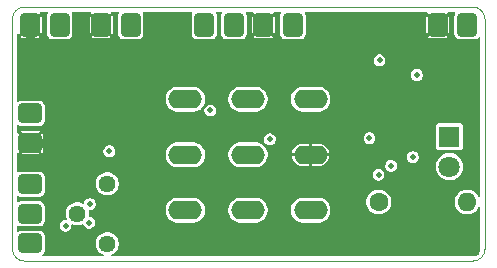
<source format=gbr>
%TF.GenerationSoftware,KiCad,Pcbnew,9.0.2*%
%TF.CreationDate,2025-10-05T19:26:47-07:00*%
%TF.ProjectId,3pdt-pwr-breakout-neg-V2,33706474-2d70-4777-922d-627265616b6f,rev?*%
%TF.SameCoordinates,PX2d4cae0PY8d9ee20*%
%TF.FileFunction,Copper,L3,Inr*%
%TF.FilePolarity,Positive*%
%FSLAX46Y46*%
G04 Gerber Fmt 4.6, Leading zero omitted, Abs format (unit mm)*
G04 Created by KiCad (PCBNEW 9.0.2) date 2025-10-05 19:26:47*
%MOMM*%
%LPD*%
G01*
G04 APERTURE LIST*
G04 Aperture macros list*
%AMRoundRect*
0 Rectangle with rounded corners*
0 $1 Rounding radius*
0 $2 $3 $4 $5 $6 $7 $8 $9 X,Y pos of 4 corners*
0 Add a 4 corners polygon primitive as box body*
4,1,4,$2,$3,$4,$5,$6,$7,$8,$9,$2,$3,0*
0 Add four circle primitives for the rounded corners*
1,1,$1+$1,$2,$3*
1,1,$1+$1,$4,$5*
1,1,$1+$1,$6,$7*
1,1,$1+$1,$8,$9*
0 Add four rect primitives between the rounded corners*
20,1,$1+$1,$2,$3,$4,$5,0*
20,1,$1+$1,$4,$5,$6,$7,0*
20,1,$1+$1,$6,$7,$8,$9,0*
20,1,$1+$1,$8,$9,$2,$3,0*%
G04 Aperture macros list end*
%TA.AperFunction,ComponentPad*%
%ADD10O,2.850000X1.600000*%
%TD*%
%TA.AperFunction,ComponentPad*%
%ADD11R,1.800000X1.800000*%
%TD*%
%TA.AperFunction,ComponentPad*%
%ADD12C,1.800000*%
%TD*%
%TA.AperFunction,ComponentPad*%
%ADD13RoundRect,0.247500X0.727500X-0.577500X0.727500X0.577500X-0.727500X0.577500X-0.727500X-0.577500X0*%
%TD*%
%TA.AperFunction,ComponentPad*%
%ADD14RoundRect,0.247500X-0.727500X0.577500X-0.727500X-0.577500X0.727500X-0.577500X0.727500X0.577500X0*%
%TD*%
%TA.AperFunction,ComponentPad*%
%ADD15RoundRect,0.247500X-0.577500X-0.727500X0.577500X-0.727500X0.577500X0.727500X-0.577500X0.727500X0*%
%TD*%
%TA.AperFunction,ComponentPad*%
%ADD16C,1.600000*%
%TD*%
%TA.AperFunction,ComponentPad*%
%ADD17O,1.600000X1.600000*%
%TD*%
%TA.AperFunction,ComponentPad*%
%ADD18C,1.440000*%
%TD*%
%TA.AperFunction,ViaPad*%
%ADD19C,0.500000*%
%TD*%
%TA.AperFunction,Conductor*%
%ADD20C,0.750000*%
%TD*%
%TA.AperFunction,Profile*%
%ADD21C,0.100000*%
%TD*%
G04 APERTURE END LIST*
D10*
%TO.N,/IN*%
%TO.C,SW1*%
X14650000Y13700000D03*
%TO.N,/OUT*%
X14650000Y9000000D03*
%TO.N,/RETURN*%
X14650000Y4300000D03*
%TO.N,/GND_SW*%
X19950000Y13700000D03*
%TO.N,/SEND*%
X19950000Y9000000D03*
%TO.N,/IN*%
X19950000Y4300000D03*
%TO.N,/GND_SW*%
X25250000Y13700000D03*
%TO.N,GND*%
X25250000Y9000000D03*
%TO.N,/LED-*%
X25250000Y4300000D03*
%TD*%
D11*
%TO.N,/LED-*%
%TO.C,D2*%
X37000000Y10525000D03*
D12*
%TO.N,/LED+*%
X37000000Y7985000D03*
%TD*%
D13*
%TO.N,/FB_A*%
%TO.C,WP13*%
X1500000Y4000000D03*
%TD*%
D14*
%TO.N,+9V*%
%TO.C,WP11*%
X1500000Y12500000D03*
%TD*%
D13*
%TO.N,Net-(R7-Pad1)*%
%TO.C,WP14*%
X1500000Y6500000D03*
%TD*%
D15*
%TO.N,/SEND*%
%TO.C,WP8*%
X16250000Y20000000D03*
%TD*%
D13*
%TO.N,Net-(R8-Pad1)*%
%TO.C,WP15*%
X1500000Y1500000D03*
%TD*%
D15*
%TO.N,/IN*%
%TO.C,WP5*%
X10000000Y20000000D03*
%TD*%
%TO.N,+9VIN*%
%TO.C,WP1*%
X4000000Y20000000D03*
%TD*%
%TO.N,/RETURN*%
%TO.C,WP7*%
X18750000Y20000000D03*
%TD*%
%TO.N,GND*%
%TO.C,WP4*%
X36000000Y20000000D03*
%TD*%
D16*
%TO.N,+9V*%
%TO.C,R1*%
X31000000Y5000000D03*
D17*
%TO.N,/LED+*%
X38500000Y5000000D03*
%TD*%
D18*
%TO.N,/FB_A*%
%TO.C,RV1*%
X8040000Y1460000D03*
X5500000Y4000000D03*
%TO.N,/FB*%
X8040000Y6540000D03*
%TD*%
D15*
%TO.N,/OUT*%
%TO.C,WP3*%
X38500000Y20000000D03*
%TD*%
%TO.N,GND*%
%TO.C,WP10*%
X21250000Y20000000D03*
%TD*%
D14*
%TO.N,GND*%
%TO.C,WP12*%
X1500000Y10000000D03*
%TD*%
D15*
%TO.N,GND*%
%TO.C,WP2*%
X1500000Y20000000D03*
%TD*%
%TO.N,GND*%
%TO.C,WP6*%
X7500000Y20000000D03*
%TD*%
%TO.N,-9V*%
%TO.C,WP9*%
X23750000Y20000000D03*
%TD*%
D19*
%TO.N,GND*%
X29200000Y10200000D03*
%TO.N,-9V_PRE*%
X30225000Y10400000D03*
%TO.N,+4V5*%
X4500000Y3000000D03*
X33900000Y8800000D03*
X31000000Y7300000D03*
X32061283Y8059236D03*
X8200000Y9300000D03*
%TO.N,GND*%
X4800000Y9700000D03*
X6400000Y7500000D03*
%TO.N,-9V*%
X31085000Y17000000D03*
%TO.N,-9V_PRE*%
X34250000Y15750000D03*
%TO.N,GND*%
X17500000Y13750000D03*
X33250000Y750000D03*
X18800000Y2900000D03*
X9600000Y800000D03*
X10250000Y14000000D03*
X35750000Y12250000D03*
X22500000Y2900000D03*
X13750000Y3000000D03*
X12000000Y9000000D03*
X39250000Y6250000D03*
X28400000Y2400000D03*
X14250000Y18000000D03*
X7000000Y14250000D03*
X2500000Y18250000D03*
X29500000Y14000000D03*
X39250000Y10250000D03*
X9250000Y5750000D03*
X11500000Y3000000D03*
X10250000Y16000000D03*
X34000000Y12250000D03*
X29200000Y12400000D03*
X3250000Y13500000D03*
X22500000Y4250000D03*
X29500000Y16250000D03*
X39250000Y8250000D03*
X17500000Y11000000D03*
X17500000Y9000000D03*
X39250000Y12250000D03*
X8250000Y18000000D03*
X6500000Y11750000D03*
X39250000Y2750000D03*
X10250000Y18000000D03*
X35200000Y16200000D03*
X12000000Y15000000D03*
X10250000Y12000000D03*
X20000000Y6500000D03*
X11500000Y6250000D03*
X18500000Y12000000D03*
X39250000Y17000000D03*
X3750000Y5250000D03*
X3000000Y750000D03*
X31250000Y750000D03*
X25250000Y6750000D03*
X27750000Y18000000D03*
X2500000Y16500000D03*
X12750000Y6250000D03*
X32500000Y17500000D03*
X26250000Y18000000D03*
X16250000Y12000000D03*
X9000000Y3000000D03*
X22250000Y18000000D03*
X35250000Y750000D03*
X24250000Y15250000D03*
X24250000Y18000000D03*
X12250000Y18000000D03*
X22000000Y14750000D03*
X12000000Y11000000D03*
X25250000Y11500000D03*
X37250000Y12250000D03*
X29500000Y18000000D03*
X10250000Y10000000D03*
X16250000Y18000000D03*
X20250000Y18000000D03*
X39250000Y18000000D03*
X22500000Y9000000D03*
X39000000Y1000000D03*
X25200000Y2400000D03*
X5600000Y5500000D03*
X29500000Y8000000D03*
X26250000Y16000000D03*
X18250000Y18000000D03*
X3000000Y2500000D03*
X37250000Y750000D03*
%TO.N,/SEND*%
X16750000Y12750000D03*
X21800000Y10300000D03*
%TO.N,/FB*%
X6500000Y3250000D03*
X6553217Y4825000D03*
%TO.N,GND*%
X35012749Y7500000D03*
%TD*%
D20*
%TO.N,GND*%
X2900000Y10000000D02*
X1500000Y10000000D01*
X1500000Y18600000D02*
X1500000Y20000000D01*
%TD*%
%TA.AperFunction,Conductor*%
%TO.N,GND*%
G36*
X2983389Y21077826D02*
G01*
X3005063Y21025500D01*
X2990303Y20981153D01*
X2980920Y20968620D01*
X2980919Y20968619D01*
X2930878Y20834451D01*
X2930877Y20834446D01*
X2924500Y20775133D01*
X2924500Y19224868D01*
X2930877Y19165555D01*
X2930878Y19165550D01*
X2980919Y19031382D01*
X2980920Y19031381D01*
X2980921Y19031380D01*
X3066740Y18916740D01*
X3102804Y18889743D01*
X3181380Y18830921D01*
X3181381Y18830920D01*
X3291764Y18789751D01*
X3315554Y18780877D01*
X3369109Y18775120D01*
X3374867Y18774500D01*
X3374868Y18774500D01*
X4625133Y18774500D01*
X4630381Y18775065D01*
X4684446Y18780877D01*
X4773895Y18814240D01*
X4818618Y18830920D01*
X4818618Y18830921D01*
X4818620Y18830921D01*
X4933260Y18916740D01*
X5019079Y19031380D01*
X5019216Y19031749D01*
X5020263Y19034552D01*
X5020263Y19034553D01*
X5062397Y19147522D01*
X5069123Y19165554D01*
X5075500Y19224868D01*
X5075500Y20775132D01*
X5069123Y20834446D01*
X5054452Y20873782D01*
X5019080Y20968619D01*
X5019079Y20968620D01*
X5009697Y20981153D01*
X4995690Y21036031D01*
X5024590Y21084740D01*
X5068937Y21099500D01*
X6580813Y21099500D01*
X6633139Y21077826D01*
X6654813Y21025500D01*
X6654813Y21021963D01*
X7264347Y20412429D01*
X7208343Y20380095D01*
X7119905Y20291657D01*
X7087571Y20235653D01*
X6530392Y20792832D01*
X6530391Y20792832D01*
X6525000Y20758786D01*
X6525000Y19241214D01*
X6530391Y19207170D01*
X6530392Y19207170D01*
X7087570Y19764349D01*
X7119905Y19708343D01*
X7208343Y19619905D01*
X7264347Y19587572D01*
X6654813Y18978037D01*
X6685942Y18946908D01*
X6798134Y18889743D01*
X6891215Y18875000D01*
X8108785Y18875000D01*
X8201865Y18889743D01*
X8314057Y18946908D01*
X8345187Y18978037D01*
X7735652Y19587572D01*
X7791657Y19619905D01*
X7880095Y19708343D01*
X7912428Y19764348D01*
X8469606Y19207170D01*
X8475000Y19241217D01*
X8475000Y20758785D01*
X8469607Y20792833D01*
X7912428Y20235654D01*
X7880095Y20291657D01*
X7791657Y20380095D01*
X7735652Y20412429D01*
X8345187Y21021963D01*
X8345187Y21025500D01*
X8366861Y21077826D01*
X8419187Y21099500D01*
X8931063Y21099500D01*
X8983389Y21077826D01*
X9005063Y21025500D01*
X8990303Y20981153D01*
X8980920Y20968620D01*
X8980919Y20968619D01*
X8930878Y20834451D01*
X8930877Y20834446D01*
X8924500Y20775133D01*
X8924500Y19224868D01*
X8930877Y19165555D01*
X8930878Y19165550D01*
X8980919Y19031382D01*
X8980920Y19031381D01*
X8980921Y19031380D01*
X9066740Y18916740D01*
X9102804Y18889743D01*
X9181380Y18830921D01*
X9181381Y18830920D01*
X9291764Y18789751D01*
X9315554Y18780877D01*
X9369109Y18775120D01*
X9374867Y18774500D01*
X9374868Y18774500D01*
X10625133Y18774500D01*
X10630381Y18775065D01*
X10684446Y18780877D01*
X10773895Y18814240D01*
X10818618Y18830920D01*
X10818618Y18830921D01*
X10818620Y18830921D01*
X10933260Y18916740D01*
X11019079Y19031380D01*
X11020263Y19034553D01*
X11062397Y19147522D01*
X11069123Y19165554D01*
X11075500Y19224868D01*
X11075500Y20775132D01*
X11069123Y20834446D01*
X11054452Y20873782D01*
X11019080Y20968619D01*
X11019079Y20968620D01*
X11009697Y20981153D01*
X10995690Y21036031D01*
X11024590Y21084740D01*
X11068937Y21099500D01*
X15181063Y21099500D01*
X15233389Y21077826D01*
X15255063Y21025500D01*
X15240303Y20981153D01*
X15230920Y20968620D01*
X15230919Y20968619D01*
X15180878Y20834451D01*
X15180877Y20834446D01*
X15174500Y20775133D01*
X15174500Y19224868D01*
X15180877Y19165555D01*
X15180878Y19165550D01*
X15230919Y19031382D01*
X15230920Y19031381D01*
X15230921Y19031380D01*
X15316740Y18916740D01*
X15352804Y18889743D01*
X15431380Y18830921D01*
X15431381Y18830920D01*
X15541764Y18789751D01*
X15565554Y18780877D01*
X15619109Y18775120D01*
X15624867Y18774500D01*
X15624868Y18774500D01*
X16875133Y18774500D01*
X16880381Y18775065D01*
X16934446Y18780877D01*
X17023895Y18814240D01*
X17068618Y18830920D01*
X17068618Y18830921D01*
X17068620Y18830921D01*
X17183260Y18916740D01*
X17269079Y19031380D01*
X17270263Y19034553D01*
X17312397Y19147522D01*
X17319123Y19165554D01*
X17325500Y19224868D01*
X17325500Y20775132D01*
X17319123Y20834446D01*
X17304452Y20873782D01*
X17269080Y20968619D01*
X17269079Y20968620D01*
X17259697Y20981153D01*
X17245690Y21036031D01*
X17274590Y21084740D01*
X17318937Y21099500D01*
X17681063Y21099500D01*
X17733389Y21077826D01*
X17755063Y21025500D01*
X17740303Y20981153D01*
X17730920Y20968620D01*
X17730919Y20968619D01*
X17680878Y20834451D01*
X17680877Y20834446D01*
X17674500Y20775133D01*
X17674500Y19224868D01*
X17680877Y19165555D01*
X17680878Y19165550D01*
X17730919Y19031382D01*
X17730920Y19031381D01*
X17730921Y19031380D01*
X17816740Y18916740D01*
X17852804Y18889743D01*
X17931380Y18830921D01*
X17931381Y18830920D01*
X18041764Y18789751D01*
X18065554Y18780877D01*
X18119109Y18775120D01*
X18124867Y18774500D01*
X18124868Y18774500D01*
X19375133Y18774500D01*
X19380381Y18775065D01*
X19434446Y18780877D01*
X19523895Y18814240D01*
X19568618Y18830920D01*
X19568618Y18830921D01*
X19568620Y18830921D01*
X19683260Y18916740D01*
X19769079Y19031380D01*
X19769216Y19031749D01*
X19770263Y19034552D01*
X19770263Y19034553D01*
X19812397Y19147522D01*
X19819123Y19165554D01*
X19825500Y19224868D01*
X19825500Y20775132D01*
X19819123Y20834446D01*
X19804452Y20873782D01*
X19769080Y20968619D01*
X19769079Y20968620D01*
X19759697Y20981153D01*
X19745690Y21036031D01*
X19774590Y21084740D01*
X19818937Y21099500D01*
X20330813Y21099500D01*
X20383139Y21077826D01*
X20404813Y21025500D01*
X20404813Y21021963D01*
X21014347Y20412429D01*
X20958343Y20380095D01*
X20869905Y20291657D01*
X20837571Y20235653D01*
X20280392Y20792832D01*
X20280391Y20792832D01*
X20275000Y20758786D01*
X20275000Y19241214D01*
X20280391Y19207170D01*
X20280392Y19207170D01*
X20837570Y19764349D01*
X20869905Y19708343D01*
X20958343Y19619905D01*
X21014347Y19587572D01*
X20404813Y18978037D01*
X20435942Y18946908D01*
X20548134Y18889743D01*
X20641215Y18875000D01*
X21858785Y18875000D01*
X21951865Y18889743D01*
X22064057Y18946908D01*
X22095187Y18978037D01*
X21485652Y19587572D01*
X21541657Y19619905D01*
X21630095Y19708343D01*
X21662428Y19764348D01*
X22219606Y19207170D01*
X22225000Y19241217D01*
X22225000Y20758785D01*
X22219607Y20792833D01*
X21662428Y20235654D01*
X21630095Y20291657D01*
X21541657Y20380095D01*
X21485652Y20412429D01*
X22095187Y21021963D01*
X22095187Y21025500D01*
X22116861Y21077826D01*
X22169187Y21099500D01*
X22681063Y21099500D01*
X22733389Y21077826D01*
X22755063Y21025500D01*
X22740303Y20981153D01*
X22730920Y20968620D01*
X22730919Y20968619D01*
X22680878Y20834451D01*
X22680877Y20834446D01*
X22674500Y20775133D01*
X22674500Y19224868D01*
X22680877Y19165555D01*
X22680878Y19165550D01*
X22730919Y19031382D01*
X22730920Y19031381D01*
X22730921Y19031380D01*
X22816740Y18916740D01*
X22852804Y18889743D01*
X22931380Y18830921D01*
X22931381Y18830920D01*
X23041764Y18789751D01*
X23065554Y18780877D01*
X23119109Y18775120D01*
X23124867Y18774500D01*
X23124868Y18774500D01*
X24375133Y18774500D01*
X24380381Y18775065D01*
X24434446Y18780877D01*
X24523895Y18814240D01*
X24568618Y18830920D01*
X24568618Y18830921D01*
X24568620Y18830921D01*
X24683260Y18916740D01*
X24769079Y19031380D01*
X24769216Y19031749D01*
X24770263Y19034552D01*
X24770263Y19034553D01*
X24812397Y19147522D01*
X24819123Y19165554D01*
X24825500Y19224868D01*
X24825500Y20775132D01*
X24819123Y20834446D01*
X24804452Y20873782D01*
X24769080Y20968619D01*
X24769079Y20968620D01*
X24759697Y20981153D01*
X24745690Y21036031D01*
X24774590Y21084740D01*
X24818937Y21099500D01*
X35080813Y21099500D01*
X35133139Y21077826D01*
X35154813Y21025500D01*
X35154813Y21021963D01*
X35764347Y20412429D01*
X35708343Y20380095D01*
X35619905Y20291657D01*
X35587571Y20235653D01*
X35030392Y20792832D01*
X35030391Y20792832D01*
X35025000Y20758786D01*
X35025000Y19241214D01*
X35030391Y19207170D01*
X35030392Y19207170D01*
X35587570Y19764349D01*
X35619905Y19708343D01*
X35708343Y19619905D01*
X35764347Y19587572D01*
X35154813Y18978037D01*
X35185942Y18946908D01*
X35298134Y18889743D01*
X35391215Y18875000D01*
X36608785Y18875000D01*
X36701865Y18889743D01*
X36814057Y18946908D01*
X36845187Y18978037D01*
X36235652Y19587572D01*
X36291657Y19619905D01*
X36380095Y19708343D01*
X36412428Y19764348D01*
X36969606Y19207170D01*
X36975000Y19241217D01*
X36975000Y20758785D01*
X36969607Y20792833D01*
X36412428Y20235654D01*
X36380095Y20291657D01*
X36291657Y20380095D01*
X36235652Y20412429D01*
X36845187Y21021963D01*
X36845187Y21025500D01*
X36866861Y21077826D01*
X36919187Y21099500D01*
X37431063Y21099500D01*
X37483389Y21077826D01*
X37505063Y21025500D01*
X37490303Y20981153D01*
X37480920Y20968620D01*
X37480919Y20968619D01*
X37430878Y20834451D01*
X37430877Y20834446D01*
X37424500Y20775133D01*
X37424500Y19224868D01*
X37430877Y19165555D01*
X37430878Y19165550D01*
X37480919Y19031382D01*
X37480920Y19031381D01*
X37480921Y19031380D01*
X37566740Y18916740D01*
X37602804Y18889743D01*
X37681380Y18830921D01*
X37681381Y18830920D01*
X37791764Y18789751D01*
X37815554Y18780877D01*
X37869109Y18775120D01*
X37874867Y18774500D01*
X37874868Y18774500D01*
X39125133Y18774500D01*
X39130381Y18775065D01*
X39184446Y18780877D01*
X39273895Y18814240D01*
X39318618Y18830920D01*
X39318618Y18830921D01*
X39318620Y18830921D01*
X39433260Y18916740D01*
X39466260Y18960824D01*
X39514969Y18989723D01*
X39569847Y18975716D01*
X39598747Y18927007D01*
X39599500Y18916476D01*
X39599500Y5462684D01*
X39577826Y5410358D01*
X39525500Y5388684D01*
X39473174Y5410358D01*
X39457133Y5434365D01*
X39437849Y5480920D01*
X39430941Y5497598D01*
X39315977Y5669655D01*
X39169655Y5815977D01*
X38997598Y5930941D01*
X38806420Y6010130D01*
X38806413Y6010132D01*
X38653516Y6040545D01*
X38603465Y6050500D01*
X38396535Y6050500D01*
X38356385Y6042514D01*
X38193586Y6010132D01*
X38193579Y6010130D01*
X38002401Y5930941D01*
X37830345Y5815978D01*
X37830344Y5815976D01*
X37684024Y5669656D01*
X37684022Y5669655D01*
X37569059Y5497599D01*
X37489870Y5306421D01*
X37489868Y5306414D01*
X37455238Y5132314D01*
X37449500Y5103465D01*
X37449500Y4896535D01*
X37455768Y4865022D01*
X37489868Y4693587D01*
X37489870Y4693580D01*
X37569059Y4502402D01*
X37684023Y4330345D01*
X37830345Y4184023D01*
X38002402Y4069059D01*
X38193580Y3989870D01*
X38396535Y3949500D01*
X38396536Y3949500D01*
X38603464Y3949500D01*
X38603465Y3949500D01*
X38806420Y3989870D01*
X38997598Y4069059D01*
X39169655Y4184023D01*
X39315977Y4330345D01*
X39430941Y4502402D01*
X39457133Y4565636D01*
X39497181Y4605684D01*
X39553818Y4605684D01*
X39593867Y4565636D01*
X39599500Y4537317D01*
X39599500Y1004160D01*
X39599035Y995874D01*
X39585402Y874880D01*
X39581714Y858725D01*
X39542885Y747760D01*
X39535696Y732831D01*
X39473144Y633279D01*
X39462812Y620323D01*
X39379677Y537188D01*
X39366721Y526856D01*
X39267169Y464304D01*
X39252240Y457115D01*
X39162670Y425773D01*
X39141273Y418286D01*
X39125120Y414598D01*
X39004127Y400965D01*
X38995841Y400500D01*
X8390201Y400500D01*
X8337875Y422174D01*
X8316201Y474500D01*
X8337875Y526826D01*
X8361883Y542867D01*
X8499704Y599954D01*
X8658658Y706163D01*
X8793837Y841342D01*
X8900046Y1000296D01*
X8973204Y1176916D01*
X9010500Y1364414D01*
X9010500Y1555586D01*
X8973204Y1743084D01*
X8900046Y1919704D01*
X8793837Y2078658D01*
X8658658Y2213837D01*
X8501839Y2318620D01*
X8499703Y2320047D01*
X8323088Y2393203D01*
X8323078Y2393206D01*
X8197518Y2418181D01*
X8135586Y2430500D01*
X7944414Y2430500D01*
X7891260Y2419928D01*
X7756921Y2393206D01*
X7756911Y2393203D01*
X7580296Y2320047D01*
X7421342Y2213838D01*
X7421341Y2213836D01*
X7286164Y2078659D01*
X7286162Y2078658D01*
X7179953Y1919704D01*
X7106797Y1743089D01*
X7106794Y1743079D01*
X7069500Y1555585D01*
X7069500Y1364416D01*
X7106794Y1176922D01*
X7106797Y1176912D01*
X7179953Y1000297D01*
X7286162Y841343D01*
X7421342Y706163D01*
X7580296Y599954D01*
X7718117Y542867D01*
X7758166Y502819D01*
X7758166Y446182D01*
X7718118Y406133D01*
X7689799Y400500D01*
X2583524Y400500D01*
X2531198Y422174D01*
X2509524Y474500D01*
X2531198Y526826D01*
X2539177Y533740D01*
X2543783Y537188D01*
X2583260Y566740D01*
X2669079Y681380D01*
X2719123Y815554D01*
X2725500Y874868D01*
X2725500Y2125132D01*
X2719123Y2184446D01*
X2708160Y2213838D01*
X2669080Y2318619D01*
X2669079Y2318620D01*
X2583260Y2433260D01*
X2468620Y2519079D01*
X2468619Y2519080D01*
X2468618Y2519081D01*
X2334450Y2569122D01*
X2334447Y2569123D01*
X2334446Y2569123D01*
X2304789Y2572312D01*
X2275133Y2575500D01*
X2275132Y2575500D01*
X724868Y2575500D01*
X724867Y2575500D01*
X665554Y2569123D01*
X665549Y2569122D01*
X531381Y2519081D01*
X531380Y2519080D01*
X518847Y2509697D01*
X463969Y2495690D01*
X415260Y2524590D01*
X400500Y2568937D01*
X400500Y2931064D01*
X422174Y2983390D01*
X474500Y3005064D01*
X518849Y2990302D01*
X531379Y2980921D01*
X531381Y2980920D01*
X633893Y2942686D01*
X665554Y2930877D01*
X719109Y2925120D01*
X724867Y2924500D01*
X724868Y2924500D01*
X2275133Y2924500D01*
X2280381Y2925065D01*
X2334446Y2930877D01*
X2423895Y2964240D01*
X2468618Y2980920D01*
X2468618Y2980921D01*
X2468620Y2980921D01*
X2582131Y3065895D01*
X3999500Y3065895D01*
X3999500Y2934106D01*
X4033606Y2806819D01*
X4033610Y2806810D01*
X4066698Y2749501D01*
X4099500Y2692686D01*
X4192686Y2599500D01*
X4306814Y2533608D01*
X4434105Y2499501D01*
X4434106Y2499500D01*
X4434108Y2499500D01*
X4565894Y2499500D01*
X4565894Y2499501D01*
X4693186Y2533608D01*
X4807314Y2599500D01*
X4900500Y2692686D01*
X4966392Y2806814D01*
X5000499Y2934106D01*
X5000500Y2934106D01*
X5000500Y3045690D01*
X5022174Y3098016D01*
X5074500Y3119690D01*
X5102815Y3114058D01*
X5216916Y3066796D01*
X5216920Y3066796D01*
X5216921Y3066795D01*
X5217198Y3066740D01*
X5404414Y3029500D01*
X5404416Y3029500D01*
X5595584Y3029500D01*
X5595586Y3029500D01*
X5783084Y3066796D01*
X5928215Y3126911D01*
X5984852Y3126911D01*
X6024900Y3086863D01*
X6028011Y3077699D01*
X6033607Y3056816D01*
X6033608Y3056813D01*
X6099500Y2942686D01*
X6192686Y2849500D01*
X6306814Y2783608D01*
X6434105Y2749501D01*
X6434106Y2749500D01*
X6434108Y2749500D01*
X6565894Y2749500D01*
X6565894Y2749501D01*
X6693186Y2783608D01*
X6807314Y2849500D01*
X6900500Y2942686D01*
X6966392Y3056814D01*
X7000499Y3184106D01*
X7000500Y3184106D01*
X7000500Y3315894D01*
X7000499Y3315895D01*
X6984697Y3374868D01*
X6966392Y3443186D01*
X6900500Y3557314D01*
X6807314Y3650500D01*
X6693190Y3716390D01*
X6693181Y3716394D01*
X6565894Y3750500D01*
X6565892Y3750500D01*
X6530053Y3750500D01*
X6477727Y3772174D01*
X6456053Y3824500D01*
X6457474Y3838932D01*
X6470500Y3904414D01*
X6470500Y4095586D01*
X6442557Y4236064D01*
X6453606Y4291612D01*
X6500698Y4323078D01*
X6515135Y4324500D01*
X6619111Y4324500D01*
X6619111Y4324501D01*
X6746403Y4358608D01*
X6824097Y4403465D01*
X12974500Y4403465D01*
X12974500Y4196536D01*
X13014868Y3993587D01*
X13014870Y3993580D01*
X13094059Y3802402D01*
X13151528Y3716392D01*
X13209023Y3630345D01*
X13355345Y3484023D01*
X13527402Y3369059D01*
X13718580Y3289870D01*
X13921535Y3249500D01*
X13921536Y3249500D01*
X15378464Y3249500D01*
X15378465Y3249500D01*
X15581420Y3289870D01*
X15772598Y3369059D01*
X15944655Y3484023D01*
X16090977Y3630345D01*
X16205941Y3802402D01*
X16285130Y3993580D01*
X16325500Y4196535D01*
X16325500Y4403465D01*
X18274500Y4403465D01*
X18274500Y4196536D01*
X18314868Y3993587D01*
X18314870Y3993580D01*
X18394059Y3802402D01*
X18451528Y3716392D01*
X18509023Y3630345D01*
X18655345Y3484023D01*
X18827402Y3369059D01*
X19018580Y3289870D01*
X19221535Y3249500D01*
X19221536Y3249500D01*
X20678464Y3249500D01*
X20678465Y3249500D01*
X20881420Y3289870D01*
X21072598Y3369059D01*
X21244655Y3484023D01*
X21390977Y3630345D01*
X21505941Y3802402D01*
X21585130Y3993580D01*
X21625500Y4196535D01*
X21625500Y4403465D01*
X23574500Y4403465D01*
X23574500Y4196536D01*
X23614868Y3993587D01*
X23614870Y3993580D01*
X23694059Y3802402D01*
X23751528Y3716392D01*
X23809023Y3630345D01*
X23955345Y3484023D01*
X24127402Y3369059D01*
X24318580Y3289870D01*
X24521535Y3249500D01*
X24521536Y3249500D01*
X25978464Y3249500D01*
X25978465Y3249500D01*
X26181420Y3289870D01*
X26372598Y3369059D01*
X26544655Y3484023D01*
X26690977Y3630345D01*
X26805941Y3802402D01*
X26885130Y3993580D01*
X26925500Y4196535D01*
X26925500Y4403465D01*
X26885130Y4606420D01*
X26805941Y4797598D01*
X26690977Y4969655D01*
X26557167Y5103465D01*
X29949500Y5103465D01*
X29949500Y4896535D01*
X29955768Y4865022D01*
X29989868Y4693587D01*
X29989870Y4693580D01*
X30069059Y4502402D01*
X30184023Y4330345D01*
X30330345Y4184023D01*
X30502402Y4069059D01*
X30693580Y3989870D01*
X30896535Y3949500D01*
X30896536Y3949500D01*
X31103464Y3949500D01*
X31103465Y3949500D01*
X31306420Y3989870D01*
X31497598Y4069059D01*
X31669655Y4184023D01*
X31815977Y4330345D01*
X31930941Y4502402D01*
X32010130Y4693580D01*
X32050500Y4896535D01*
X32050500Y5103465D01*
X32010130Y5306420D01*
X31930941Y5497598D01*
X31815977Y5669655D01*
X31669655Y5815977D01*
X31497598Y5930941D01*
X31306420Y6010130D01*
X31306413Y6010132D01*
X31153516Y6040545D01*
X31103465Y6050500D01*
X30896535Y6050500D01*
X30856385Y6042514D01*
X30693586Y6010132D01*
X30693579Y6010130D01*
X30502401Y5930941D01*
X30330345Y5815978D01*
X30330344Y5815976D01*
X30184024Y5669656D01*
X30184022Y5669655D01*
X30069059Y5497599D01*
X29989870Y5306421D01*
X29989868Y5306414D01*
X29955238Y5132314D01*
X29949500Y5103465D01*
X26557167Y5103465D01*
X26544655Y5115977D01*
X26520203Y5132315D01*
X26372598Y5230941D01*
X26181420Y5310130D01*
X26181413Y5310132D01*
X26028516Y5340545D01*
X25978465Y5350500D01*
X24521535Y5350500D01*
X24481385Y5342514D01*
X24318586Y5310132D01*
X24318579Y5310130D01*
X24127401Y5230941D01*
X23955345Y5115978D01*
X23955344Y5115976D01*
X23809024Y4969656D01*
X23809022Y4969655D01*
X23694059Y4797599D01*
X23614870Y4606421D01*
X23614868Y4606414D01*
X23574500Y4403465D01*
X21625500Y4403465D01*
X21585130Y4606420D01*
X21505941Y4797598D01*
X21390977Y4969655D01*
X21244655Y5115977D01*
X21220203Y5132315D01*
X21072598Y5230941D01*
X20881420Y5310130D01*
X20881413Y5310132D01*
X20728516Y5340545D01*
X20678465Y5350500D01*
X19221535Y5350500D01*
X19181385Y5342514D01*
X19018586Y5310132D01*
X19018579Y5310130D01*
X18827401Y5230941D01*
X18655345Y5115978D01*
X18655344Y5115976D01*
X18509024Y4969656D01*
X18509022Y4969655D01*
X18394059Y4797599D01*
X18314870Y4606421D01*
X18314868Y4606414D01*
X18274500Y4403465D01*
X16325500Y4403465D01*
X16285130Y4606420D01*
X16205941Y4797598D01*
X16090977Y4969655D01*
X15944655Y5115977D01*
X15920203Y5132315D01*
X15772598Y5230941D01*
X15581420Y5310130D01*
X15581413Y5310132D01*
X15428516Y5340545D01*
X15378465Y5350500D01*
X13921535Y5350500D01*
X13881385Y5342514D01*
X13718586Y5310132D01*
X13718579Y5310130D01*
X13527401Y5230941D01*
X13355345Y5115978D01*
X13355344Y5115976D01*
X13209024Y4969656D01*
X13209022Y4969655D01*
X13094059Y4797599D01*
X13014870Y4606421D01*
X13014868Y4606414D01*
X12974500Y4403465D01*
X6824097Y4403465D01*
X6860531Y4424500D01*
X6953717Y4517686D01*
X7019609Y4631814D01*
X7053716Y4759106D01*
X7053717Y4759106D01*
X7053717Y4890894D01*
X7053716Y4890895D01*
X7042379Y4933204D01*
X7019609Y5018186D01*
X6953717Y5132314D01*
X6860531Y5225500D01*
X6851107Y5230941D01*
X6746407Y5291390D01*
X6746398Y5291394D01*
X6619111Y5325500D01*
X6619109Y5325500D01*
X6487325Y5325500D01*
X6487323Y5325500D01*
X6360035Y5291394D01*
X6360026Y5291390D01*
X6245902Y5225500D01*
X6152717Y5132315D01*
X6086827Y5018191D01*
X6086823Y5018182D01*
X6057824Y4909955D01*
X6023346Y4865022D01*
X5967193Y4857630D01*
X5958028Y4860741D01*
X5783088Y4933203D01*
X5783078Y4933206D01*
X5657518Y4958181D01*
X5595586Y4970500D01*
X5404414Y4970500D01*
X5351260Y4959928D01*
X5216921Y4933206D01*
X5216911Y4933203D01*
X5040296Y4860047D01*
X4881342Y4753838D01*
X4881341Y4753836D01*
X4746164Y4618659D01*
X4746162Y4618658D01*
X4639953Y4459704D01*
X4566797Y4283089D01*
X4566794Y4283079D01*
X4529500Y4095585D01*
X4529500Y3904416D01*
X4566794Y3716922D01*
X4566797Y3716912D01*
X4614056Y3602818D01*
X4614056Y3546181D01*
X4574007Y3506133D01*
X4545689Y3500500D01*
X4434106Y3500500D01*
X4306818Y3466394D01*
X4306809Y3466390D01*
X4192685Y3400500D01*
X4099500Y3307315D01*
X4033610Y3193191D01*
X4033606Y3193182D01*
X3999500Y3065895D01*
X2582131Y3065895D01*
X2583260Y3066740D01*
X2669079Y3181380D01*
X2670097Y3184108D01*
X2709543Y3289870D01*
X2719123Y3315554D01*
X2725500Y3374868D01*
X2725500Y4625132D01*
X2719123Y4684446D01*
X2693242Y4753837D01*
X2669080Y4818619D01*
X2669079Y4818620D01*
X2639876Y4857630D01*
X2583260Y4933260D01*
X2481153Y5009697D01*
X2468619Y5019080D01*
X2468618Y5019081D01*
X2334450Y5069122D01*
X2334447Y5069123D01*
X2334446Y5069123D01*
X2304789Y5072312D01*
X2275133Y5075500D01*
X2275132Y5075500D01*
X724868Y5075500D01*
X724867Y5075500D01*
X665554Y5069123D01*
X665549Y5069122D01*
X531381Y5019081D01*
X531380Y5019080D01*
X518847Y5009697D01*
X463969Y4995690D01*
X415260Y5024590D01*
X400500Y5068937D01*
X400500Y5431064D01*
X422174Y5483390D01*
X474500Y5505064D01*
X518849Y5490302D01*
X531379Y5480921D01*
X531381Y5480920D01*
X641764Y5439751D01*
X665554Y5430877D01*
X719109Y5425120D01*
X724867Y5424500D01*
X724868Y5424500D01*
X2275133Y5424500D01*
X2280381Y5425065D01*
X2334446Y5430877D01*
X2423895Y5464240D01*
X2468618Y5480920D01*
X2468618Y5480921D01*
X2468620Y5480921D01*
X2583260Y5566740D01*
X2669079Y5681380D01*
X2719123Y5815554D01*
X2725500Y5874868D01*
X2725500Y6635585D01*
X7069500Y6635585D01*
X7069500Y6444416D01*
X7106794Y6256922D01*
X7106797Y6256912D01*
X7179953Y6080297D01*
X7226836Y6010132D01*
X7286163Y5921342D01*
X7421342Y5786163D01*
X7580296Y5679954D01*
X7756916Y5606796D01*
X7944414Y5569500D01*
X7944416Y5569500D01*
X8135584Y5569500D01*
X8135586Y5569500D01*
X8323084Y5606796D01*
X8499704Y5679954D01*
X8658658Y5786163D01*
X8793837Y5921342D01*
X8900046Y6080296D01*
X8973204Y6256916D01*
X9010500Y6444414D01*
X9010500Y6635586D01*
X8973204Y6823084D01*
X8900046Y6999704D01*
X8793837Y7158658D01*
X8658658Y7293837D01*
X8621567Y7318620D01*
X8550815Y7365895D01*
X30499500Y7365895D01*
X30499500Y7234106D01*
X30533606Y7106819D01*
X30533607Y7106816D01*
X30533608Y7106814D01*
X30599500Y6992686D01*
X30692686Y6899500D01*
X30806814Y6833608D01*
X30934105Y6799501D01*
X30934106Y6799500D01*
X30934108Y6799500D01*
X31065894Y6799500D01*
X31065894Y6799501D01*
X31193186Y6833608D01*
X31307314Y6899500D01*
X31400500Y6992686D01*
X31466392Y7106814D01*
X31500499Y7234106D01*
X31500500Y7234106D01*
X31500500Y7365894D01*
X31500499Y7365895D01*
X31496182Y7382005D01*
X31466392Y7493186D01*
X31400500Y7607314D01*
X31307314Y7700500D01*
X31281176Y7715591D01*
X31193190Y7766390D01*
X31193181Y7766394D01*
X31065894Y7800500D01*
X31065892Y7800500D01*
X30934108Y7800500D01*
X30934106Y7800500D01*
X30806818Y7766394D01*
X30806809Y7766390D01*
X30692685Y7700500D01*
X30599500Y7607315D01*
X30533610Y7493191D01*
X30533606Y7493182D01*
X30499500Y7365895D01*
X8550815Y7365895D01*
X8499703Y7400047D01*
X8323088Y7473203D01*
X8323078Y7473206D01*
X8197518Y7498181D01*
X8135586Y7510500D01*
X7944414Y7510500D01*
X7891260Y7499928D01*
X7756921Y7473206D01*
X7756911Y7473203D01*
X7580296Y7400047D01*
X7421342Y7293838D01*
X7421341Y7293836D01*
X7286164Y7158659D01*
X7286162Y7158658D01*
X7179953Y6999704D01*
X7106797Y6823089D01*
X7106794Y6823079D01*
X7069500Y6635585D01*
X2725500Y6635585D01*
X2725500Y7125132D01*
X2719123Y7184446D01*
X2700081Y7235499D01*
X2669080Y7318619D01*
X2669079Y7318620D01*
X2633691Y7365892D01*
X2583260Y7433260D01*
X2468620Y7519079D01*
X2468619Y7519080D01*
X2468618Y7519081D01*
X2334450Y7569122D01*
X2334447Y7569123D01*
X2334446Y7569123D01*
X2304789Y7572312D01*
X2275133Y7575500D01*
X2275132Y7575500D01*
X724868Y7575500D01*
X724867Y7575500D01*
X665554Y7569123D01*
X665549Y7569122D01*
X531381Y7519081D01*
X531380Y7519080D01*
X518847Y7509697D01*
X463969Y7495690D01*
X415260Y7524590D01*
X400500Y7568937D01*
X400500Y9080813D01*
X422174Y9133139D01*
X474500Y9154813D01*
X478037Y9154813D01*
X1087571Y9764348D01*
X1119905Y9708343D01*
X1208343Y9619905D01*
X1264346Y9587572D01*
X707167Y9030393D01*
X741215Y9025000D01*
X2258783Y9025000D01*
X2292830Y9030394D01*
X1735652Y9587572D01*
X1791657Y9619905D01*
X1880095Y9708343D01*
X1912428Y9764348D01*
X2521963Y9154813D01*
X2553092Y9185943D01*
X2610257Y9298135D01*
X2620990Y9365895D01*
X7699500Y9365895D01*
X7699500Y9234106D01*
X7733606Y9106819D01*
X7733610Y9106810D01*
X7757272Y9065826D01*
X7799500Y8992686D01*
X7892686Y8899500D01*
X8006814Y8833608D01*
X8134105Y8799501D01*
X8134106Y8799500D01*
X8134108Y8799500D01*
X8265894Y8799500D01*
X8265894Y8799501D01*
X8393186Y8833608D01*
X8507314Y8899500D01*
X8600500Y8992686D01*
X8664458Y9103465D01*
X12974500Y9103465D01*
X12974500Y8896536D01*
X13014868Y8693587D01*
X13014870Y8693580D01*
X13094059Y8502402D01*
X13206842Y8333608D01*
X13209023Y8330345D01*
X13355345Y8184023D01*
X13527402Y8069059D01*
X13718580Y7989870D01*
X13921535Y7949500D01*
X13921536Y7949500D01*
X15378464Y7949500D01*
X15378465Y7949500D01*
X15581420Y7989870D01*
X15772598Y8069059D01*
X15944655Y8184023D01*
X16090977Y8330345D01*
X16205941Y8502402D01*
X16285130Y8693580D01*
X16325500Y8896535D01*
X16325500Y9103465D01*
X18274500Y9103465D01*
X18274500Y8896536D01*
X18314868Y8693587D01*
X18314870Y8693580D01*
X18394059Y8502402D01*
X18506842Y8333608D01*
X18509023Y8330345D01*
X18655345Y8184023D01*
X18827402Y8069059D01*
X19018580Y7989870D01*
X19221535Y7949500D01*
X19221536Y7949500D01*
X20678464Y7949500D01*
X20678465Y7949500D01*
X20881420Y7989870D01*
X21072598Y8069059D01*
X21244655Y8184023D01*
X21390977Y8330345D01*
X21505941Y8502402D01*
X21585130Y8693580D01*
X21625500Y8896535D01*
X21625500Y9103465D01*
X21621216Y9125001D01*
X23681252Y9125001D01*
X23681252Y9125000D01*
X24140856Y9125000D01*
X24125000Y9065826D01*
X24125000Y8934174D01*
X24140856Y8875000D01*
X23681252Y8875000D01*
X23711506Y8722901D01*
X23711509Y8722891D01*
X23783119Y8550009D01*
X23887086Y8394411D01*
X24019410Y8262087D01*
X24175008Y8158120D01*
X24347890Y8086510D01*
X24347900Y8086507D01*
X24531435Y8050000D01*
X25125000Y8050000D01*
X25125000Y8500000D01*
X25375000Y8500000D01*
X25375000Y8050000D01*
X25968565Y8050000D01*
X26152099Y8086507D01*
X26152109Y8086510D01*
X26245348Y8125131D01*
X31560783Y8125131D01*
X31560783Y7993342D01*
X31594889Y7866055D01*
X31594890Y7866052D01*
X31594891Y7866050D01*
X31660783Y7751922D01*
X31753969Y7658736D01*
X31868097Y7592844D01*
X31995388Y7558737D01*
X31995389Y7558736D01*
X31995391Y7558736D01*
X32127177Y7558736D01*
X32127177Y7558737D01*
X32254469Y7592844D01*
X32368597Y7658736D01*
X32461783Y7751922D01*
X32527675Y7866050D01*
X32561782Y7993342D01*
X32561783Y7993342D01*
X32561783Y8075547D01*
X35849500Y8075547D01*
X35849500Y7894454D01*
X35877828Y7715594D01*
X35877831Y7715581D01*
X35933787Y7543365D01*
X35933788Y7543362D01*
X35933789Y7543361D01*
X36016004Y7382006D01*
X36122447Y7235499D01*
X36250499Y7107447D01*
X36397006Y7001004D01*
X36558361Y6918789D01*
X36558364Y6918788D01*
X36558363Y6918788D01*
X36730580Y6862832D01*
X36730586Y6862831D01*
X36730591Y6862829D01*
X36849833Y6843943D01*
X36909453Y6834500D01*
X36909454Y6834500D01*
X37090547Y6834500D01*
X37135261Y6841583D01*
X37269409Y6862829D01*
X37269416Y6862832D01*
X37269419Y6862832D01*
X37347601Y6888235D01*
X37441639Y6918789D01*
X37602994Y7001004D01*
X37749501Y7107447D01*
X37877553Y7235499D01*
X37983996Y7382006D01*
X38066211Y7543361D01*
X38122171Y7715591D01*
X38150500Y7894454D01*
X38150500Y8075546D01*
X38148763Y8086510D01*
X38122486Y8252418D01*
X38122171Y8254409D01*
X38122169Y8254414D01*
X38122168Y8254420D01*
X38066212Y8426636D01*
X38066211Y8426637D01*
X38066211Y8426639D01*
X37983996Y8587994D01*
X37877553Y8734501D01*
X37749501Y8862553D01*
X37650923Y8934174D01*
X37602996Y8968995D01*
X37441635Y9051213D01*
X37441636Y9051213D01*
X37269419Y9107169D01*
X37269406Y9107172D01*
X37090547Y9135500D01*
X37090546Y9135500D01*
X36909454Y9135500D01*
X36909453Y9135500D01*
X36730593Y9107172D01*
X36730580Y9107169D01*
X36558364Y9051213D01*
X36397004Y8968995D01*
X36397003Y8968995D01*
X36255095Y8865892D01*
X36250499Y8862553D01*
X36122447Y8734501D01*
X36122444Y8734498D01*
X36122444Y8734497D01*
X36016005Y8587997D01*
X36016005Y8587996D01*
X35933787Y8426636D01*
X35877831Y8254420D01*
X35877828Y8254407D01*
X35849500Y8075547D01*
X32561783Y8075547D01*
X32561783Y8125130D01*
X32561782Y8125131D01*
X32527676Y8252418D01*
X32527675Y8252422D01*
X32461783Y8366550D01*
X32368597Y8459736D01*
X32294698Y8502402D01*
X32254473Y8525626D01*
X32254464Y8525630D01*
X32127177Y8559736D01*
X32127175Y8559736D01*
X31995391Y8559736D01*
X31995389Y8559736D01*
X31868101Y8525630D01*
X31868092Y8525626D01*
X31753968Y8459736D01*
X31660783Y8366551D01*
X31594893Y8252427D01*
X31594889Y8252418D01*
X31560783Y8125131D01*
X26245348Y8125131D01*
X26324991Y8158120D01*
X26374959Y8191507D01*
X26480589Y8262087D01*
X26480591Y8262088D01*
X26612912Y8394409D01*
X26612913Y8394411D01*
X26716880Y8550009D01*
X26788490Y8722891D01*
X26788493Y8722901D01*
X26816937Y8865895D01*
X33399500Y8865895D01*
X33399500Y8734106D01*
X33433606Y8606819D01*
X33433610Y8606810D01*
X33466404Y8550009D01*
X33499500Y8492686D01*
X33592686Y8399500D01*
X33706814Y8333608D01*
X33834105Y8299501D01*
X33834106Y8299500D01*
X33834108Y8299500D01*
X33965894Y8299500D01*
X33965894Y8299501D01*
X34093186Y8333608D01*
X34207314Y8399500D01*
X34300500Y8492686D01*
X34366392Y8606814D01*
X34400499Y8734106D01*
X34400500Y8734106D01*
X34400500Y8865894D01*
X34400499Y8865895D01*
X34398059Y8875000D01*
X34366392Y8993186D01*
X34300500Y9107314D01*
X34207314Y9200500D01*
X34149107Y9234106D01*
X34093190Y9266390D01*
X34093181Y9266394D01*
X33965894Y9300500D01*
X33965892Y9300500D01*
X33834108Y9300500D01*
X33834106Y9300500D01*
X33706818Y9266394D01*
X33706809Y9266390D01*
X33592685Y9200500D01*
X33499500Y9107315D01*
X33433610Y8993191D01*
X33433606Y8993182D01*
X33399500Y8865895D01*
X26816937Y8865895D01*
X26818748Y8875000D01*
X26359144Y8875000D01*
X26375000Y8934174D01*
X26375000Y9065826D01*
X26359144Y9125000D01*
X26818748Y9125000D01*
X26818747Y9125001D01*
X26788493Y9277100D01*
X26788490Y9277110D01*
X26716880Y9449992D01*
X26612913Y9605590D01*
X26480589Y9737914D01*
X26324991Y9841881D01*
X26152109Y9913491D01*
X26152099Y9913494D01*
X25968565Y9950000D01*
X25375000Y9950000D01*
X25375000Y9500000D01*
X25125000Y9500000D01*
X25125000Y9950000D01*
X24531435Y9950000D01*
X24347900Y9913494D01*
X24347890Y9913491D01*
X24175008Y9841881D01*
X24019410Y9737914D01*
X24019409Y9737912D01*
X23887088Y9605591D01*
X23887086Y9605590D01*
X23783119Y9449992D01*
X23711509Y9277110D01*
X23711506Y9277100D01*
X23681252Y9125001D01*
X21621216Y9125001D01*
X21585130Y9306420D01*
X21505941Y9497598D01*
X21390977Y9669655D01*
X21244655Y9815977D01*
X21243637Y9816657D01*
X21072598Y9930941D01*
X20881420Y10010130D01*
X20881413Y10010132D01*
X20728516Y10040545D01*
X20678465Y10050500D01*
X19221535Y10050500D01*
X19181385Y10042514D01*
X19018586Y10010132D01*
X19018579Y10010130D01*
X18827401Y9930941D01*
X18655345Y9815978D01*
X18655344Y9815976D01*
X18509024Y9669656D01*
X18509022Y9669655D01*
X18394059Y9497599D01*
X18314870Y9306421D01*
X18314868Y9306414D01*
X18274500Y9103465D01*
X16325500Y9103465D01*
X16285130Y9306420D01*
X16205941Y9497598D01*
X16090977Y9669655D01*
X15944655Y9815977D01*
X15943637Y9816657D01*
X15772598Y9930941D01*
X15581420Y10010130D01*
X15581413Y10010132D01*
X15428516Y10040545D01*
X15378465Y10050500D01*
X13921535Y10050500D01*
X13881385Y10042514D01*
X13718586Y10010132D01*
X13718579Y10010130D01*
X13527401Y9930941D01*
X13355345Y9815978D01*
X13355344Y9815976D01*
X13209024Y9669656D01*
X13209022Y9669655D01*
X13094059Y9497599D01*
X13014870Y9306421D01*
X13014868Y9306414D01*
X12974500Y9103465D01*
X8664458Y9103465D01*
X8666392Y9106814D01*
X8700500Y9234108D01*
X8700500Y9365892D01*
X8700500Y9365894D01*
X8700499Y9365895D01*
X8698193Y9374500D01*
X8666392Y9493186D01*
X8600500Y9607314D01*
X8507314Y9700500D01*
X8442515Y9737912D01*
X8393190Y9766390D01*
X8393181Y9766394D01*
X8265894Y9800500D01*
X8265892Y9800500D01*
X8134108Y9800500D01*
X8134106Y9800500D01*
X8006818Y9766394D01*
X8006809Y9766390D01*
X7892685Y9700500D01*
X7799500Y9607315D01*
X7733610Y9493191D01*
X7733606Y9493182D01*
X7699500Y9365895D01*
X2620990Y9365895D01*
X2623591Y9382319D01*
X2623591Y9382320D01*
X2625000Y9391215D01*
X2625000Y10365895D01*
X21299500Y10365895D01*
X21299500Y10234106D01*
X21333606Y10106819D01*
X21333610Y10106810D01*
X21389429Y10010130D01*
X21399500Y9992686D01*
X21492686Y9899500D01*
X21606814Y9833608D01*
X21734105Y9799501D01*
X21734106Y9799500D01*
X21734108Y9799500D01*
X21865894Y9799500D01*
X21865894Y9799501D01*
X21993186Y9833608D01*
X22107314Y9899500D01*
X22200500Y9992686D01*
X22266392Y10106814D01*
X22300499Y10234106D01*
X22300500Y10234106D01*
X22300500Y10365894D01*
X22300499Y10365895D01*
X22277538Y10451589D01*
X22273705Y10465895D01*
X29724500Y10465895D01*
X29724500Y10334106D01*
X29758606Y10206819D01*
X29758607Y10206816D01*
X29758608Y10206814D01*
X29824500Y10092686D01*
X29917686Y9999500D01*
X30031814Y9933608D01*
X30159105Y9899501D01*
X30159106Y9899500D01*
X30159108Y9899500D01*
X30290894Y9899500D01*
X30290894Y9899501D01*
X30418186Y9933608D01*
X30532314Y9999500D01*
X30625500Y10092686D01*
X30691392Y10206814D01*
X30725499Y10334106D01*
X30725500Y10334106D01*
X30725500Y10465894D01*
X30725499Y10465895D01*
X30723059Y10475000D01*
X30691392Y10593186D01*
X30625500Y10707314D01*
X30532314Y10800500D01*
X30454914Y10845187D01*
X30418190Y10866390D01*
X30418181Y10866394D01*
X30290894Y10900500D01*
X30290892Y10900500D01*
X30159108Y10900500D01*
X30159106Y10900500D01*
X30031818Y10866394D01*
X30031809Y10866390D01*
X29917685Y10800500D01*
X29824500Y10707315D01*
X29758610Y10593191D01*
X29758606Y10593182D01*
X29724500Y10465895D01*
X22273705Y10465895D01*
X22266393Y10493182D01*
X22266392Y10493186D01*
X22200500Y10607314D01*
X22107314Y10700500D01*
X22095510Y10707315D01*
X21993190Y10766390D01*
X21993181Y10766394D01*
X21865894Y10800500D01*
X21865892Y10800500D01*
X21734108Y10800500D01*
X21734106Y10800500D01*
X21606818Y10766394D01*
X21606809Y10766390D01*
X21492685Y10700500D01*
X21399500Y10607315D01*
X21333610Y10493191D01*
X21333606Y10493182D01*
X21299500Y10365895D01*
X2625000Y10365895D01*
X2625000Y10608785D01*
X2610257Y10701866D01*
X2553092Y10814058D01*
X2521963Y10845187D01*
X1912428Y10235653D01*
X1880095Y10291657D01*
X1791657Y10380095D01*
X1735651Y10412430D01*
X2292830Y10969608D01*
X2292830Y10969609D01*
X2258786Y10975000D01*
X741215Y10975000D01*
X707168Y10969609D01*
X707168Y10969608D01*
X1264347Y10412429D01*
X1208343Y10380095D01*
X1119905Y10291657D01*
X1087571Y10235653D01*
X478037Y10845187D01*
X474500Y10845187D01*
X422174Y10866861D01*
X400500Y10919187D01*
X400500Y11431064D01*
X422174Y11483390D01*
X474500Y11505064D01*
X518849Y11490302D01*
X531379Y11480921D01*
X531381Y11480920D01*
X641764Y11439751D01*
X665554Y11430877D01*
X719109Y11425120D01*
X724867Y11424500D01*
X724868Y11424500D01*
X2275133Y11424500D01*
X2280381Y11425065D01*
X2334446Y11430877D01*
X2384840Y11449673D01*
X35849500Y11449673D01*
X35849500Y9600328D01*
X35864034Y9527260D01*
X35883852Y9497599D01*
X35919399Y9444399D01*
X36002260Y9389034D01*
X36075326Y9374500D01*
X36075328Y9374500D01*
X37924672Y9374500D01*
X37924674Y9374500D01*
X37997740Y9389034D01*
X38080601Y9444399D01*
X38135966Y9527260D01*
X38150500Y9600326D01*
X38150500Y11449674D01*
X38135966Y11522740D01*
X38080601Y11605601D01*
X37997740Y11660966D01*
X37924674Y11675500D01*
X36075326Y11675500D01*
X36026615Y11665811D01*
X36002259Y11660966D01*
X35919399Y11605602D01*
X35919398Y11605601D01*
X35864034Y11522741D01*
X35849500Y11449673D01*
X2384840Y11449673D01*
X2423895Y11464240D01*
X2468618Y11480920D01*
X2468618Y11480921D01*
X2468620Y11480921D01*
X2583260Y11566740D01*
X2669079Y11681380D01*
X2719123Y11815554D01*
X2725500Y11874868D01*
X2725500Y13125132D01*
X2719123Y13184446D01*
X2707207Y13216394D01*
X2669080Y13318619D01*
X2669079Y13318620D01*
X2612964Y13393580D01*
X2583260Y13433260D01*
X2468620Y13519079D01*
X2468619Y13519080D01*
X2468618Y13519081D01*
X2334450Y13569122D01*
X2334447Y13569123D01*
X2334446Y13569123D01*
X2304789Y13572312D01*
X2275133Y13575500D01*
X2275132Y13575500D01*
X724868Y13575500D01*
X724867Y13575500D01*
X665554Y13569123D01*
X665549Y13569122D01*
X531381Y13519081D01*
X531380Y13519080D01*
X518847Y13509697D01*
X463969Y13495690D01*
X415260Y13524590D01*
X400500Y13568937D01*
X400500Y13803465D01*
X12974500Y13803465D01*
X12974500Y13596536D01*
X13014868Y13393587D01*
X13014870Y13393580D01*
X13094059Y13202402D01*
X13128738Y13150500D01*
X13209023Y13030345D01*
X13355345Y12884023D01*
X13527402Y12769059D01*
X13718580Y12689870D01*
X13921535Y12649500D01*
X13921536Y12649500D01*
X15378464Y12649500D01*
X15378465Y12649500D01*
X15581420Y12689870D01*
X15772598Y12769059D01*
X15842694Y12815895D01*
X16249500Y12815895D01*
X16249500Y12684106D01*
X16283606Y12556819D01*
X16283607Y12556816D01*
X16283608Y12556814D01*
X16349500Y12442686D01*
X16442686Y12349500D01*
X16556814Y12283608D01*
X16684105Y12249501D01*
X16684106Y12249500D01*
X16684108Y12249500D01*
X16815894Y12249500D01*
X16815894Y12249501D01*
X16943186Y12283608D01*
X17057314Y12349500D01*
X17150500Y12442686D01*
X17216392Y12556814D01*
X17250499Y12684106D01*
X17250500Y12684106D01*
X17250500Y12815894D01*
X17250499Y12815895D01*
X17232244Y12884023D01*
X17216392Y12943186D01*
X17150500Y13057314D01*
X17057314Y13150500D01*
X16998518Y13184446D01*
X16943190Y13216390D01*
X16943181Y13216394D01*
X16815894Y13250500D01*
X16815892Y13250500D01*
X16684108Y13250500D01*
X16684106Y13250500D01*
X16556818Y13216394D01*
X16556809Y13216390D01*
X16442685Y13150500D01*
X16349500Y13057315D01*
X16283610Y12943191D01*
X16283606Y12943182D01*
X16249500Y12815895D01*
X15842694Y12815895D01*
X15944655Y12884023D01*
X16090977Y13030345D01*
X16205941Y13202402D01*
X16285130Y13393580D01*
X16325500Y13596535D01*
X16325500Y13803465D01*
X18274500Y13803465D01*
X18274500Y13596536D01*
X18314868Y13393587D01*
X18314870Y13393580D01*
X18394059Y13202402D01*
X18428738Y13150500D01*
X18509023Y13030345D01*
X18655345Y12884023D01*
X18827402Y12769059D01*
X19018580Y12689870D01*
X19221535Y12649500D01*
X19221536Y12649500D01*
X20678464Y12649500D01*
X20678465Y12649500D01*
X20881420Y12689870D01*
X21072598Y12769059D01*
X21244655Y12884023D01*
X21390977Y13030345D01*
X21505941Y13202402D01*
X21585130Y13393580D01*
X21625500Y13596535D01*
X21625500Y13803465D01*
X23574500Y13803465D01*
X23574500Y13596536D01*
X23614868Y13393587D01*
X23614870Y13393580D01*
X23694059Y13202402D01*
X23728738Y13150500D01*
X23809023Y13030345D01*
X23955345Y12884023D01*
X24127402Y12769059D01*
X24318580Y12689870D01*
X24521535Y12649500D01*
X24521536Y12649500D01*
X25978464Y12649500D01*
X25978465Y12649500D01*
X26181420Y12689870D01*
X26372598Y12769059D01*
X26544655Y12884023D01*
X26690977Y13030345D01*
X26805941Y13202402D01*
X26885130Y13393580D01*
X26925500Y13596535D01*
X26925500Y13803465D01*
X26885130Y14006420D01*
X26805941Y14197598D01*
X26690977Y14369655D01*
X26544655Y14515977D01*
X26372598Y14630941D01*
X26181420Y14710130D01*
X26181413Y14710132D01*
X26028516Y14740545D01*
X25978465Y14750500D01*
X24521535Y14750500D01*
X24481385Y14742514D01*
X24318586Y14710132D01*
X24318579Y14710130D01*
X24127401Y14630941D01*
X23955345Y14515978D01*
X23955344Y14515976D01*
X23809024Y14369656D01*
X23809022Y14369655D01*
X23694059Y14197599D01*
X23614870Y14006421D01*
X23614868Y14006414D01*
X23574500Y13803465D01*
X21625500Y13803465D01*
X21585130Y14006420D01*
X21505941Y14197598D01*
X21390977Y14369655D01*
X21244655Y14515977D01*
X21072598Y14630941D01*
X20881420Y14710130D01*
X20881413Y14710132D01*
X20728516Y14740545D01*
X20678465Y14750500D01*
X19221535Y14750500D01*
X19181385Y14742514D01*
X19018586Y14710132D01*
X19018579Y14710130D01*
X18827401Y14630941D01*
X18655345Y14515978D01*
X18655344Y14515976D01*
X18509024Y14369656D01*
X18509022Y14369655D01*
X18394059Y14197599D01*
X18314870Y14006421D01*
X18314868Y14006414D01*
X18274500Y13803465D01*
X16325500Y13803465D01*
X16285130Y14006420D01*
X16205941Y14197598D01*
X16090977Y14369655D01*
X15944655Y14515977D01*
X15772598Y14630941D01*
X15581420Y14710130D01*
X15581413Y14710132D01*
X15428516Y14740545D01*
X15378465Y14750500D01*
X13921535Y14750500D01*
X13881385Y14742514D01*
X13718586Y14710132D01*
X13718579Y14710130D01*
X13527401Y14630941D01*
X13355345Y14515978D01*
X13355344Y14515976D01*
X13209024Y14369656D01*
X13209022Y14369655D01*
X13094059Y14197599D01*
X13014870Y14006421D01*
X13014868Y14006414D01*
X12974500Y13803465D01*
X400500Y13803465D01*
X400500Y15815895D01*
X33749500Y15815895D01*
X33749500Y15684106D01*
X33783606Y15556819D01*
X33783607Y15556816D01*
X33783608Y15556814D01*
X33849500Y15442686D01*
X33942686Y15349500D01*
X34056814Y15283608D01*
X34184105Y15249501D01*
X34184106Y15249500D01*
X34184108Y15249500D01*
X34315894Y15249500D01*
X34315894Y15249501D01*
X34443186Y15283608D01*
X34557314Y15349500D01*
X34650500Y15442686D01*
X34716392Y15556814D01*
X34750499Y15684106D01*
X34750500Y15684106D01*
X34750500Y15815894D01*
X34750499Y15815895D01*
X34716393Y15943182D01*
X34716392Y15943186D01*
X34650500Y16057314D01*
X34557314Y16150500D01*
X34443190Y16216390D01*
X34443181Y16216394D01*
X34315894Y16250500D01*
X34315892Y16250500D01*
X34184108Y16250500D01*
X34184106Y16250500D01*
X34056818Y16216394D01*
X34056809Y16216390D01*
X33942685Y16150500D01*
X33849500Y16057315D01*
X33783610Y15943191D01*
X33783606Y15943182D01*
X33749500Y15815895D01*
X400500Y15815895D01*
X400500Y17065895D01*
X30584500Y17065895D01*
X30584500Y16934106D01*
X30618606Y16806819D01*
X30618607Y16806816D01*
X30618608Y16806814D01*
X30684500Y16692686D01*
X30777686Y16599500D01*
X30891814Y16533608D01*
X31019105Y16499501D01*
X31019106Y16499500D01*
X31019108Y16499500D01*
X31150894Y16499500D01*
X31150894Y16499501D01*
X31278186Y16533608D01*
X31392314Y16599500D01*
X31485500Y16692686D01*
X31551392Y16806814D01*
X31585499Y16934106D01*
X31585500Y16934106D01*
X31585500Y17065894D01*
X31585499Y17065895D01*
X31551393Y17193182D01*
X31551392Y17193186D01*
X31485500Y17307314D01*
X31392314Y17400500D01*
X31278190Y17466390D01*
X31278181Y17466394D01*
X31150894Y17500500D01*
X31150892Y17500500D01*
X31019108Y17500500D01*
X31019106Y17500500D01*
X30891818Y17466394D01*
X30891809Y17466390D01*
X30777685Y17400500D01*
X30684500Y17307315D01*
X30618610Y17193191D01*
X30618606Y17193182D01*
X30584500Y17065895D01*
X400500Y17065895D01*
X400500Y19147522D01*
X422174Y19199848D01*
X474500Y19221522D01*
X497369Y19217900D01*
X530392Y19207170D01*
X1087570Y19764348D01*
X1119905Y19708343D01*
X1208343Y19619905D01*
X1264347Y19587572D01*
X654813Y18978037D01*
X685942Y18946908D01*
X798134Y18889743D01*
X891215Y18875000D01*
X2108785Y18875000D01*
X2201865Y18889743D01*
X2314057Y18946908D01*
X2345187Y18978037D01*
X1735652Y19587572D01*
X1791657Y19619905D01*
X1880095Y19708343D01*
X1912428Y19764348D01*
X2469606Y19207170D01*
X2475000Y19241217D01*
X2475000Y20758785D01*
X2469607Y20792833D01*
X1912428Y20235654D01*
X1880095Y20291657D01*
X1791657Y20380095D01*
X1735652Y20412429D01*
X2345187Y21021963D01*
X2345187Y21025500D01*
X2366861Y21077826D01*
X2419187Y21099500D01*
X2931063Y21099500D01*
X2983389Y21077826D01*
G37*
%TD.AperFunction*%
%TD*%
D21*
X1000000Y21500000D02*
X39000000Y21500000D01*
X39000000Y0D02*
X1000000Y0D01*
X1000000Y0D02*
G75*
G02*
X0Y1000000I0J1000000D01*
G01*
X40000000Y20500000D02*
X40000000Y1000000D01*
X39000000Y21500000D02*
G75*
G02*
X40000000Y20500000I0J-1000000D01*
G01*
X0Y1000000D02*
X0Y20500000D01*
X0Y20500000D02*
G75*
G02*
X1000000Y21500000I1000000J0D01*
G01*
X40000000Y1000000D02*
G75*
G02*
X39000000Y0I-1000000J0D01*
G01*
M02*

</source>
